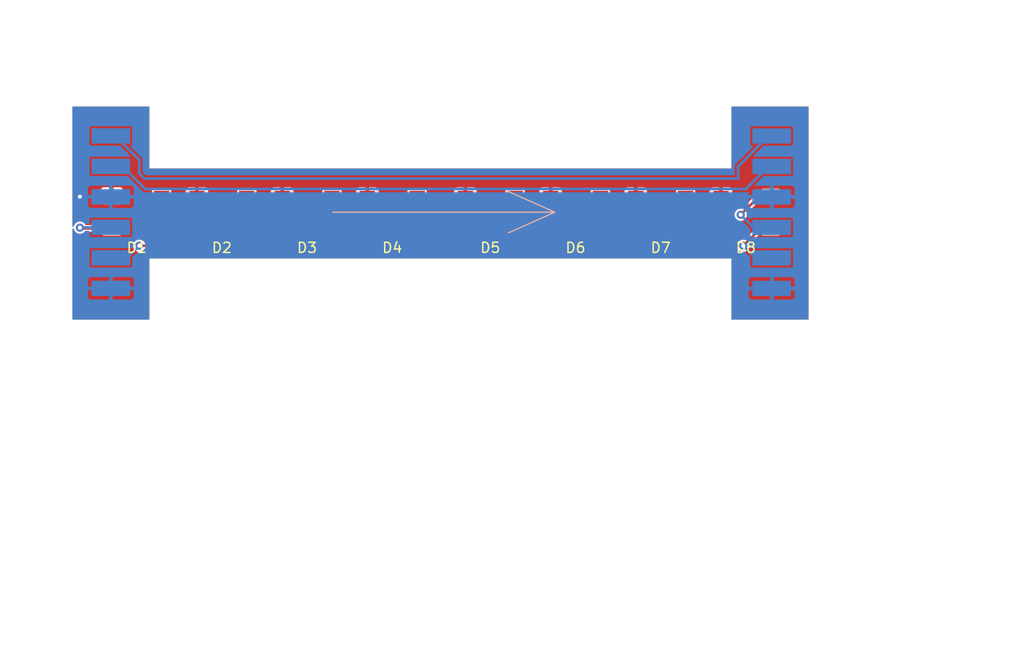
<source format=kicad_pcb>
(kicad_pcb (version 20211014) (generator pcbnew)
  (layers (0 "F.Cu" signal) (31 "B.Cu" signal) (34 "B.Paste" user) (35 "F.Paste" user) (36 "B.SilkS" user "B.Silkscreen") (37 "F.SilkS" user "F.Silkscreen") (38 "B.Mask" user) (39 "F.Mask" user) (44 "Edge.Cuts" user))
  (net 0 "")
  (net 1 "+5V")
  (net 2 "GND")
  (net 3 "/SCL")
  (net 4 "/SDA")
  (net 5 "Net-(D1-Pad2)")
  (net 6 "Net-(D2-Pad2)")
  (net 7 "Net-(D3-Pad2)")
  (net 8 "Net-(D4-Pad2)")
  (net 9 "Net-(D5-Pad2)")
  (net 10 "Net-(D6-Pad2)")
  (net 11 "Net-(D7-Pad2)")
  (net 12 "Net-(CN1-Pad4)")
  (net 13 "/LED DATA")
  (footprint "LED_SMD:LED_WS2812B_PLCC4_5.0x5.0mm_P3.2mm" (layer "F.Cu") (at 163.576 107.95 180)
    (fp_text reference "D5" (at 0 -3.5) (layer "F.SilkS"))
    (fp_text value "WS2812B")
    (pad "1" smd rect (at -2.45 -1.6 180) (size 1.5 1) (layers "F.Cu" "F.Paste" "F.Mask") (net 1 "+5V"))
    (pad "2" smd rect (at -2.45 1.6 180) (size 1.5 1) (layers "F.Cu" "F.Paste" "F.Mask") (net 9 "Net-(D5-Pad2)"))
    (pad "3" smd rect (at 2.45 1.6 180) (size 1.5 1) (layers "F.Cu" "F.Paste" "F.Mask") (net 2 "GND"))
    (pad "4" smd rect (at 2.45 -1.6 180) (size 1.5 1) (layers "F.Cu" "F.Paste" "F.Mask") (net 8 "Net-(D4-Pad2)"))
  )
  (footprint "LED_SMD:LED_WS2812B_PLCC4_5.0x5.0mm_P3.2mm" (layer "F.Cu") (at 188.722 107.95 180)
    (fp_text reference "D8" (at 0 -3.5) (layer "F.SilkS"))
    (fp_text value "WS2812B")
    (pad "1" smd rect (at -2.45 -1.6 180) (size 1.5 1) (layers "F.Cu" "F.Paste" "F.Mask") (net 1 "+5V"))
    (pad "2" smd rect (at -2.45 1.6 180) (size 1.5 1) (layers "F.Cu" "F.Paste" "F.Mask") (net 12 "Net-(CN1-Pad4)"))
    (pad "3" smd rect (at 2.45 1.6 180) (size 1.5 1) (layers "F.Cu" "F.Paste" "F.Mask") (net 2 "GND"))
    (pad "4" smd rect (at 2.45 -1.6 180) (size 1.5 1) (layers "F.Cu" "F.Paste" "F.Mask") (net 11 "Net-(D7-Pad2)"))
  )
  (footprint "LED_SMD:LED_WS2812B_PLCC4_5.0x5.0mm_P3.2mm" (layer "F.Cu") (at 171.958 107.95 180)
    (fp_text reference "D6" (at 0 -3.5) (layer "F.SilkS"))
    (fp_text value "WS2812B")
    (pad "1" smd rect (at -2.45 -1.6 180) (size 1.5 1) (layers "F.Cu" "F.Paste" "F.Mask") (net 1 "+5V"))
    (pad "2" smd rect (at -2.45 1.6 180) (size 1.5 1) (layers "F.Cu" "F.Paste" "F.Mask") (net 10 "Net-(D6-Pad2)"))
    (pad "3" smd rect (at 2.45 1.6 180) (size 1.5 1) (layers "F.Cu" "F.Paste" "F.Mask") (net 2 "GND"))
    (pad "4" smd rect (at 2.45 -1.6 180) (size 1.5 1) (layers "F.Cu" "F.Paste" "F.Mask") (net 9 "Net-(D5-Pad2)"))
  )
  (footprint "LED_SMD:LED_WS2812B_PLCC4_5.0x5.0mm_P3.2mm" (layer "F.Cu") (at 128.778 107.95 180)
    (fp_text reference "D1" (at 0 -3.5) (layer "F.SilkS"))
    (fp_text value "WS2812B")
    (pad "1" smd rect (at -2.45 -1.6 180) (size 1.5 1) (layers "F.Cu" "F.Paste" "F.Mask") (net 1 "+5V"))
    (pad "2" smd rect (at -2.45 1.6 180) (size 1.5 1) (layers "F.Cu" "F.Paste" "F.Mask") (net 5 "Net-(D1-Pad2)"))
    (pad "3" smd rect (at 2.45 1.6 180) (size 1.5 1) (layers "F.Cu" "F.Paste" "F.Mask") (net 2 "GND"))
    (pad "4" smd rect (at 2.45 -1.6 180) (size 1.5 1) (layers "F.Cu" "F.Paste" "F.Mask") (net 13 "/LED DATA"))
  )
  (footprint "LED_SMD:LED_WS2812B_PLCC4_5.0x5.0mm_P3.2mm" (layer "F.Cu") (at 180.34 107.95 180)
    (fp_text reference "D7" (at 0 -3.5) (layer "F.SilkS"))
    (fp_text value "WS2812B")
    (pad "1" smd rect (at -2.45 -1.6 180) (size 1.5 1) (layers "F.Cu" "F.Paste" "F.Mask") (net 1 "+5V"))
    (pad "2" smd rect (at -2.45 1.6 180) (size 1.5 1) (layers "F.Cu" "F.Paste" "F.Mask") (net 11 "Net-(D7-Pad2)"))
    (pad "3" smd rect (at 2.45 1.6 180) (size 1.5 1) (layers "F.Cu" "F.Paste" "F.Mask") (net 2 "GND"))
    (pad "4" smd rect (at 2.45 -1.6 180) (size 1.5 1) (layers "F.Cu" "F.Paste" "F.Mask") (net 10 "Net-(D6-Pad2)"))
  )
  (footprint "LED_SMD:LED_WS2812B_PLCC4_5.0x5.0mm_P3.2mm" (layer "F.Cu") (at 137.16 107.95 180)
    (fp_text reference "D2" (at 0 -3.5) (layer "F.SilkS"))
    (fp_text value "WS2812B")
    (pad "1" smd rect (at -2.45 -1.6 180) (size 1.5 1) (layers "F.Cu" "F.Paste" "F.Mask") (net 1 "+5V"))
    (pad "2" smd rect (at -2.45 1.6 180) (size 1.5 1) (layers "F.Cu" "F.Paste" "F.Mask") (net 6 "Net-(D2-Pad2)"))
    (pad "3" smd rect (at 2.45 1.6 180) (size 1.5 1) (layers "F.Cu" "F.Paste" "F.Mask") (net 2 "GND"))
    (pad "4" smd rect (at 2.45 -1.6 180) (size 1.5 1) (layers "F.Cu" "F.Paste" "F.Mask") (net 5 "Net-(D1-Pad2)"))
  )
  (footprint "LED_SMD:LED_WS2812B_PLCC4_5.0x5.0mm_P3.2mm" (layer "F.Cu") (at 153.924 107.95 180)
    (fp_text reference "D4" (at 0 -3.5) (layer "F.SilkS"))
    (fp_text value "WS2812B")
    (pad "1" smd rect (at -2.45 -1.6 180) (size 1.5 1) (layers "F.Cu" "F.Paste" "F.Mask") (net 1 "+5V"))
    (pad "2" smd rect (at -2.45 1.6 180) (size 1.5 1) (layers "F.Cu" "F.Paste" "F.Mask") (net 8 "Net-(D4-Pad2)"))
    (pad "3" smd rect (at 2.45 1.6 180) (size 1.5 1) (layers "F.Cu" "F.Paste" "F.Mask") (net 2 "GND"))
    (pad "4" smd rect (at 2.45 -1.6 180) (size 1.5 1) (layers "F.Cu" "F.Paste" "F.Mask") (net 7 "Net-(D3-Pad2)"))
  )
  (footprint "LED_SMD:LED_WS2812B_PLCC4_5.0x5.0mm_P3.2mm" (layer "F.Cu") (at 145.542 107.95 180)
    (fp_text reference "D3" (at 0 -3.5) (layer "F.SilkS"))
    (fp_text value "WS2812B")
    (pad "1" smd rect (at -2.45 -1.6 180) (size 1.5 1) (layers "F.Cu" "F.Paste" "F.Mask") (net 1 "+5V"))
    (pad "2" smd rect (at -2.45 1.6 180) (size 1.5 1) (layers "F.Cu" "F.Paste" "F.Mask") (net 7 "Net-(D3-Pad2)"))
    (pad "3" smd rect (at 2.45 1.6 180) (size 1.5 1) (layers "F.Cu" "F.Paste" "F.Mask") (net 2 "GND"))
    (pad "4" smd rect (at 2.45 -1.6 180) (size 1.5 1) (layers "F.Cu" "F.Paste" "F.Mask") (net 6 "Net-(D2-Pad2)"))
  )
  (footprint "Adafruit NeoPixel 8 Stick:1X4-SMT" (layer "B.Cu") (at 126.873 107.442 90)
    (fp_text reference "CN2" hide)
    (fp_text value "1X4SMT" hide)
    (pad "1" smd rect (at -8 -0.635 90) (size 1.5 3.8) (layers "B.Cu" "B.Paste" "B.Mask") (net 2 "GND"))
    (pad "2" smd rect (at -5 -0.635 90) (size 1.5 3.8) (layers "B.Cu" "B.Paste" "B.Mask") (net 1 "+5V"))
    (pad "3" smd rect (at -2 -0.635 90) (size 1.5 3.8) (layers "B.Cu" "B.Paste" "B.Mask") (net 13 "/LED DATA"))
    (pad "4" smd rect (at 1 -0.635 90) (size 1.5 3.8) (layers "B.Cu" "B.Paste" "B.Mask") (net 2 "GND"))
    (pad "5" smd rect (at 4 -0.635 90) (size 1.5 3.8) (layers "B.Cu" "B.Paste" "B.Mask") (net 4 "/SDA"))
    (pad "6" smd rect (at 7 -0.635 90) (size 1.5 3.8) (layers "B.Cu" "B.Paste" "B.Mask") (net 3 "/SCL"))
  )
  (footprint "Adafruit NeoPixel 8 Stick:1X4-SMT" (layer "B.Cu") (at 190.627 108.45 -90)
    (fp_text reference "CN1" hide)
    (fp_text value "1X4SMT" hide)
    (pad "1" smd rect (at -8 -0.635 270) (size 1.5 3.8) (layers "B.Cu" "B.Paste" "B.Mask") (net 3 "/SCL"))
    (pad "2" smd rect (at -5 -0.635 270) (size 1.5 3.8) (layers "B.Cu" "B.Paste" "B.Mask") (net 4 "/SDA"))
    (pad "3" smd rect (at -2 -0.635 270) (size 1.5 3.8) (layers "B.Cu" "B.Paste" "B.Mask") (net 2 "GND"))
    (pad "4" smd rect (at 1 -0.635 270) (size 1.5 3.8) (layers "B.Cu" "B.Paste" "B.Mask") (net 12 "Net-(CN1-Pad4)"))
    (pad "5" smd rect (at 4 -0.635 270) (size 1.5 3.8) (layers "B.Cu" "B.Paste" "B.Mask") (net 1 "+5V"))
    (pad "6" smd rect (at 7 -0.635 270) (size 1.5 3.8) (layers "B.Cu" "B.Paste" "B.Mask") (net 2 "GND"))
  )
  (gr_line (start 169.926 107.95) (end 165.354 105.918) (layer "B.SilkS") (width 0.12))
  (gr_line (start 169.926 107.95) (end 165.354 109.982) (layer "B.SilkS") (width 0.12))
  (gr_line (start 148.082 107.95) (end 169.926 107.95) (layer "B.SilkS") (width 0.12))
  (gr_line (start 130.048 118.536) (end 122.428 118.536) (layer "Edge.Cuts") (width 0.05))
  (gr_line (start 130.048 112.522) (end 187.288 112.522) (layer "Edge.Cuts") (width 0.05))
  (gr_line (start 194.908 97.536) (end 194.908 118.536) (layer "Edge.Cuts") (width 0.05))
  (gr_line (start 122.428 97.536) (end 122.428 118.536) (layer "Edge.Cuts") (width 0.05))
  (gr_line locked (start 194.908 118.536) (end 187.288 118.536) (layer "Edge.Cuts") (width 0.05))
  (gr_line (start 130.048 97.536) (end 130.048 103.632) (layer "Edge.Cuts") (width 0.05))
  (gr_line (start 187.288 118.536) (end 187.288 112.522) (layer "Edge.Cuts") (width 0.05))
  (gr_line (start 187.288 97.536) (end 194.908 97.536) (layer "Edge.Cuts") (width 0.05))
  (gr_line (start 122.428 97.536) (end 130.048 97.536) (layer "Edge.Cuts") (width 0.05))
  (gr_line (start 130.048 103.632) (end 187.288 103.632) (layer "Edge.Cuts") (width 0.05))
  (gr_line (start 187.288 97.536) (end 187.288 103.632) (layer "Edge.Cuts") (width 0.05))
  (gr_line (start 130.048 118.536) (end 130.048 112.522) (layer "Edge.Cuts") (width 0.05))
  (segment (start 166.026 109.55) (end 166.026 111.162) (width 0.25) (layer "F.Cu") (net 1))
  (segment (start 139.61 111.162) (end 139.7 111.252) (width 0.25) (layer "F.Cu") (net 1))
  (segment (start 131.138 111.252) (end 131.228 111.162) (width 0.25) (layer "F.Cu") (net 1))
  (segment (start 182.79 109.55) (end 182.79 111.162) (width 0.25) (layer "F.Cu") (net 1))
  (segment (start 148.082 111.252) (end 156.464 111.252) (width 0.25) (layer "F.Cu") (net 1))
  (segment (start 166.116 111.252) (end 174.498 111.252) (width 0.25) (layer "F.Cu") (net 1))
  (segment (start 131.318 111.252) (end 131.699 111.252) (width 0.25) (layer "F.Cu") (net 1))
  (segment (start 156.374 109.55) (end 156.374 111.162) (width 0.25) (layer "F.Cu") (net 1))
  (segment (start 139.7 111.252) (end 148.082 111.252) (width 0.25) (layer "F.Cu") (net 1))
  (segment (start 129.032 111.252) (end 131.138 111.252) (width 0.25) (layer "F.Cu") (net 1))
  (segment (start 147.992 109.55) (end 147.992 111.162) (width 0.25) (layer "F.Cu") (net 1))
  (segment (start 156.374 111.162) (end 156.464 111.252) (width 0.25) (layer "F.Cu") (net 1))
  (segment (start 139.61 109.55) (end 139.61 111.162) (width 0.25) (layer "F.Cu") (net 1))
  (segment (start 182.88 111.252) (end 188.468 111.252) (width 0.25) (layer "F.Cu") (net 1))
  (segment (start 131.138 111.252) (end 131.699 111.252) (width 0.25) (layer "F.Cu") (net 1))
  (segment (start 190.17 109.55) (end 191.172 109.55) (width 0.25) (layer "F.Cu") (net 1))
  (segment (start 147.992 111.162) (end 148.082 111.252) (width 0.25) (layer "F.Cu") (net 1))
  (segment (start 174.498 111.252) (end 182.88 111.252) (width 0.25) (layer "F.Cu") (net 1))
  (segment (start 156.464 111.252) (end 166.116 111.252) (width 0.25) (layer "F.Cu") (net 1))
  (segment (start 131.699 111.252) (end 139.7 111.252) (width 0.25) (layer "F.Cu") (net 1))
  (segment (start 166.026 111.162) (end 166.116 111.252) (width 0.25) (layer "F.Cu") (net 1))
  (segment (start 131.228 109.55) (end 131.228 111.162) (width 0.25) (layer "F.Cu") (net 1))
  (segment (start 174.408 111.162) (end 174.498 111.252) (width 0.25) (layer "F.Cu") (net 1))
  (segment (start 131.228 111.162) (end 131.318 111.252) (width 0.25) (layer "F.Cu") (net 1))
  (segment (start 188.468 111.252) (end 190.17 109.55) (width 0.25) (layer "F.Cu") (net 1))
  (segment (start 174.408 109.55) (end 174.408 111.162) (width 0.25) (layer "F.Cu") (net 1))
  (segment (start 182.79 111.162) (end 182.88 111.252) (width 0.25) (layer "F.Cu") (net 1))
  (via (at 129.032 111.252) (size 0.8) (drill 0.4) (layers "F.Cu" "B.Cu") (net 1))
  (via (at 188.468 111.252) (size 0.8) (drill 0.4) (layers "F.Cu" "B.Cu") (net 1))
  (segment (start 126.238 112.442) (end 127.842 112.442) (width 0.25) (layer "B.Cu") (net 1))
  (segment (start 188.468 111.252) (end 189.666 112.45) (width 0.25) (layer "B.Cu") (net 1))
  (segment (start 189.666 112.45) (end 191.262 112.45) (width 0.25) (layer "B.Cu") (net 1))
  (segment (start 127.842 112.442) (end 129.032 111.252) (width 0.25) (layer "B.Cu") (net 1))
  (segment (start 123.266 106.35) (end 123.19 106.426) (width 0.25) (layer "F.Cu") (net 2))
  (segment (start 178.726 106.35) (end 177.622 106.35) (width 0.25) (layer "F.Cu") (net 2))
  (segment (start 126.328 106.35) (end 123.266 106.35) (width 0.25) (layer "F.Cu") (net 2))
  (via (at 123.19 106.426) (size 0.8) (drill 0.4) (layers "F.Cu" "B.Cu") (net 2))
  (segment (start 123.206 106.442) (end 126.238 106.442) (width 0.25) (layer "B.Cu") (net 2))
  (segment (start 123.19 106.426) (end 123.206 106.442) (width 0.25) (layer "B.Cu") (net 2))
  (segment (start 187.96 103.4456) (end 190.9556 100.45) (width 0.25) (layer "B.Cu") (net 3))
  (segment (start 129.54 104.648) (end 187.96 104.648) (width 0.25) (layer "B.Cu") (net 3))
  (segment (start 187.96 104.648) (end 187.96 103.4456) (width 0.25) (layer "B.Cu") (net 3))
  (segment (start 129.032 102.828132) (end 129.032 104.14) (width 0.25) (layer "B.Cu") (net 3))
  (segment (start 126.645868 100.442) (end 129.032 102.828132) (width 0.25) (layer "B.Cu") (net 3))
  (segment (start 129.032 104.14) (end 129.54 104.648) (width 0.25) (layer "B.Cu") (net 3))
  (segment (start 129.61 105.664) (end 188.722 105.664) (width 0.25) (layer "B.Cu") (net 4))
  (segment (start 188.722 105.664) (end 190.936 103.45) (width 0.25) (layer "B.Cu") (net 4))
  (segment (start 127.388 103.442) (end 129.61 105.664) (width 0.25) (layer "B.Cu") (net 4))
  (segment (start 131.51 106.35) (end 134.71 109.55) (width 0.25) (layer "F.Cu") (net 5))
  (segment (start 139.892 106.35) (end 143.092 109.55) (width 0.25) (layer "F.Cu") (net 6))
  (segment (start 148.274 106.35) (end 151.474 109.55) (width 0.25) (layer "F.Cu") (net 7))
  (segment (start 156.374 106.35) (end 157.926 106.35) (width 0.25) (layer "F.Cu") (net 8))
  (segment (start 157.926 106.35) (end 161.126 109.55) (width 0.25) (layer "F.Cu") (net 8))
  (segment (start 166.308 106.35) (end 169.508 109.55) (width 0.25) (layer "F.Cu") (net 9))
  (segment (start 174.69 106.35) (end 177.89 109.55) (width 0.25) (layer "F.Cu") (net 10))
  (segment (start 183.072 106.35) (end 186.272 109.55) (width 0.25) (layer "F.Cu") (net 11))
  (segment (start 191.172 106.35) (end 190.068 106.35) (width 0.25) (layer "F.Cu") (net 12))
  (segment (start 190.068 106.35) (end 188.214 108.204) (width 0.25) (layer "F.Cu") (net 12))
  (via (at 188.214 108.204) (size 0.8) (drill 0.4) (layers "F.Cu" "B.Cu") (net 12))
  (segment (start 189.46 109.45) (end 191.262 109.45) (width 0.25) (layer "B.Cu") (net 12))
  (segment (start 188.214 108.204) (end 189.46 109.45) (width 0.25) (layer "B.Cu") (net 12))
  (segment (start 123.266 109.55) (end 123.19 109.474) (width 0.25) (layer "F.Cu") (net 13))
  (segment (start 126.328 109.55) (end 123.266 109.55) (width 0.25) (layer "F.Cu") (net 13))
  (via (at 123.19 109.474) (size 0.8) (drill 0.4) (layers "F.Cu" "B.Cu") (net 13))
  (segment (start 123.19 109.474) (end 123.222 109.442) (width 0.25) (layer "B.Cu") (net 13))
  (segment (start 123.222 109.442) (end 126.238 109.442) (width 0.25) (layer "B.Cu") (net 13))
  (zone (net 2) (net_name "GND") (layers F&B.Cu) (priority 6) (connect_pads (clearance 0.000001)) (min_thickness 0.1524) (fill yes (thermal_gap 0.3548) (thermal_bridge_width 0.3548))
    (polygon (pts (xy 216.0905 152.4) (xy 115.3287 152.4) (xy 115.3287 87.0712) (xy 216.0905 87.0712)))
  )
)
</source>
